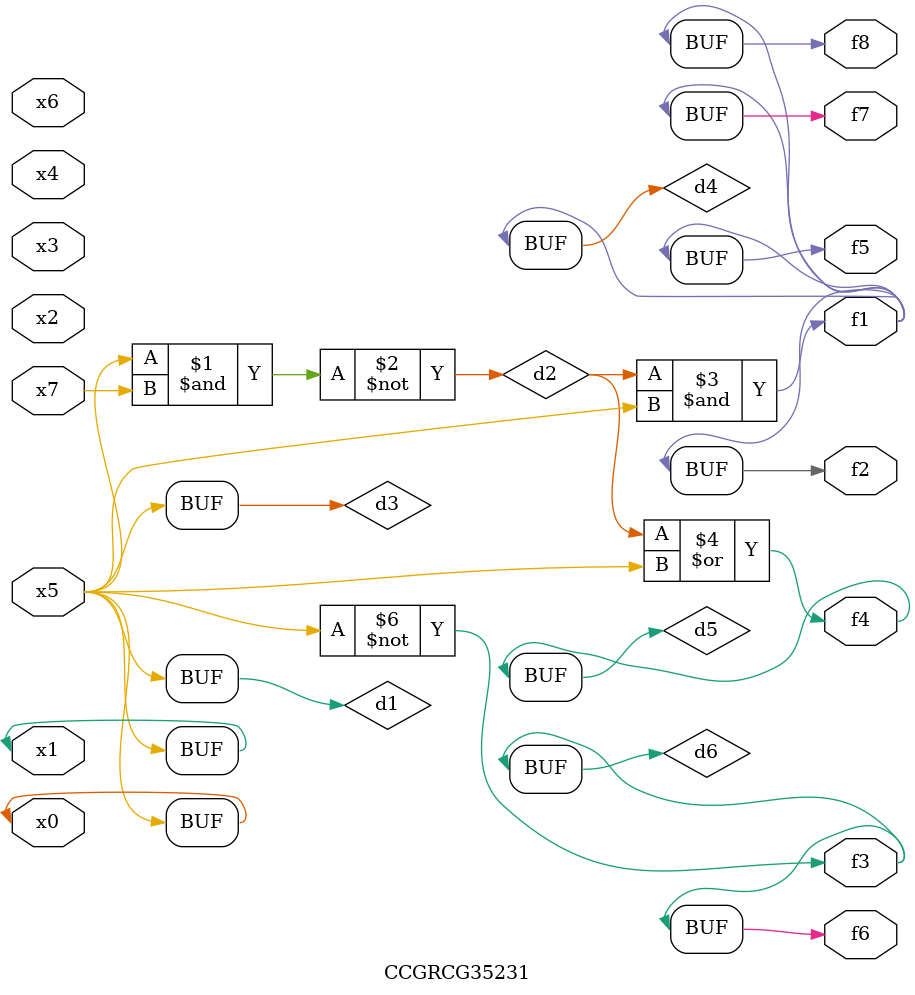
<source format=v>
module CCGRCG35231(
	input x0, x1, x2, x3, x4, x5, x6, x7,
	output f1, f2, f3, f4, f5, f6, f7, f8
);

	wire d1, d2, d3, d4, d5, d6;

	buf (d1, x0, x5);
	nand (d2, x5, x7);
	buf (d3, x0, x1);
	and (d4, d2, d3);
	or (d5, d2, d3);
	nor (d6, d1, d3);
	assign f1 = d4;
	assign f2 = d4;
	assign f3 = d6;
	assign f4 = d5;
	assign f5 = d4;
	assign f6 = d6;
	assign f7 = d4;
	assign f8 = d4;
endmodule

</source>
